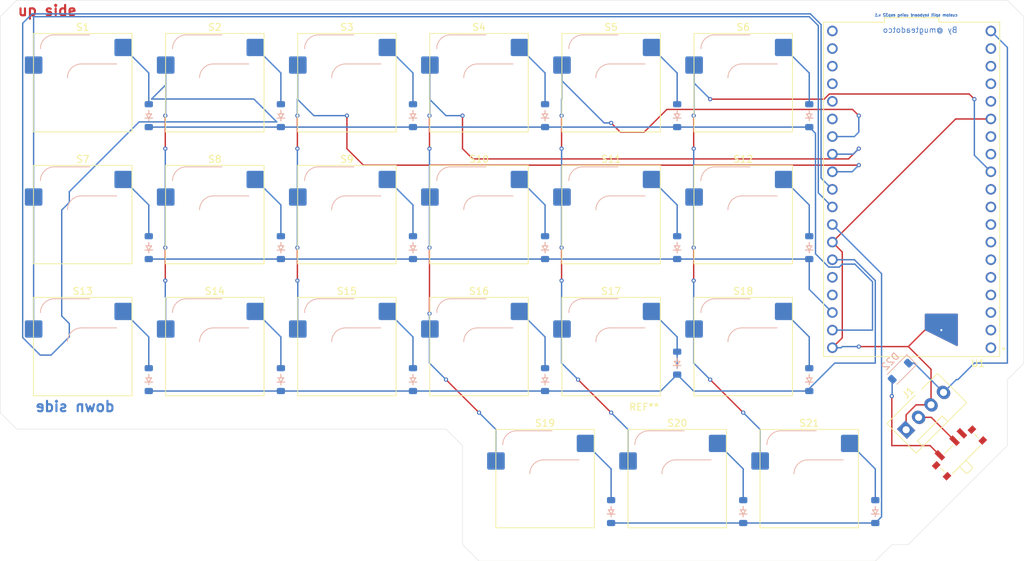
<source format=kicad_pcb>
(kicad_pcb (version 20241229) (generator "pcbnew") (generator_version "9.0")
  (layers (0 "F.Cu" signal) (2 "B.Cu" signal) (13 "F.Paste" user) (15 "B.Paste" user) (5 "F.SilkS" user "F.Silkscreen") (7 "B.SilkS" user "B.Silkscreen") (1 "F.Mask" user) (3 "B.Mask" user) (25 "Edge.Cuts" user))
  (net 0 "")
  (net 1 "Net-(D1-A)")
  (net 2 "row 0")
  (net 3 "Net-(D2-A)")
  (net 4 "Net-(D3-A)")
  (net 5 "Net-(D4-A)")
  (net 6 "Net-(D5-A)")
  (net 7 "Net-(D6-A)")
  (net 8 "row 1")
  (net 9 "Net-(D8-A)")
  (net 10 "Net-(D9-A)")
  (net 11 "Net-(D10-A)")
  (net 12 "Net-(D11-A)")
  (net 13 "Net-(D12-A)")
  (net 14 "Net-(D13-A)")
  (net 15 "row 2")
  (net 16 "Net-(D15-A)")
  (net 17 "Net-(D16-A)")
  (net 18 "Net-(D17-A)")
  (net 19 "Net-(D18-A)")
  (net 20 "Net-(D19-A)")
  (net 21 "Net-(D20-A)")
  (net 22 "row 3")
  (net 23 "col 0")
  (net 24 "col 1")
  (net 25 "col 2")
  (net 26 "col 3")
  (net 27 "col 4")
  (net 28 "col 5")
  (net 50 "Net-(D7-A)")
  (net 51 "Net-(D14-A)")
  (net 52 "Net-(D21-A)")
  (net 54 "vbus")
  (net 57 "gnd")
  (net 59 "sw2")
  (net 60 "Net-(D22-A)")
  (footprint "ScottoKeebs_Hotswap:Hotswap_MX_1.00u" (layer "F.Cu") (at 153.3 50.90625)
    (property "Reference" "S12")
    (property "Value" "~")
  )
  (footprint "ScottoKeebs_Hotswap:Hotswap_MX_1.00u" (layer "F.Cu") (at 143.775 89.00625)
    (property "Reference" "S20")
    (property "Value" "~")
  )
  (footprint "ScottoKeebs_Hotswap:Hotswap_MX_1.00u" (layer "F.Cu") (at 153.3 31.85625)
    (property "Reference" "S6")
    (property "Value" "~")
  )
  (footprint "Connector:FanPinHeader_1x04_P2.54mm_Vertical" (layer "F.Cu") (at 176.795 81.956124 45)
    (property "Reference" "J1")
    (property "Value" "Conn_01x04")
  )
  (footprint "MountingHole:MountingHole_2.2mm_M2" (layer "F.Cu") (at 143.775 78.68125)
    (property "Reference" "REF**")
    (property "Value" "MountingHole_2.2mm_M2" (hide yes))
  )
  (footprint "Button_Switch_SMD:SW_SPDT_PCM12" (layer "F.Cu") (at 184.25625 85.071065 45)
    (property "Reference" "SW1" (hide yes))
    (property "Value" "SW_SPDT" (hide yes))
  )
  (footprint "ScottoKeebs_Hotswap:Hotswap_MX_1.00u" (layer "F.Cu") (at 115.2 31.85625)
    (property "Reference" "S4")
    (property "Value" "~")
  )
  (footprint "esp32s-mine:MODULE_NODEMCU-32S" (layer "F.Cu") (at 177.58875 47.255 180)
    (property "Reference" "U1")
    (property "Value" "NODEMCU-32S")
  )
  (footprint "ScottoKeebs_Hotswap:Hotswap_MX_1.00u" (layer "F.Cu") (at 96.15 69.95625)
    (property "Reference" "S15")
    (property "Value" "~")
  )
  (footprint "ScottoKeebs_Hotswap:Hotswap_MX_1.00u" (layer "F.Cu") (at 77.1 69.95625)
    (property "Reference" "S14")
    (property "Value" "~")
  )
  (footprint "ScottoKeebs_Hotswap:Hotswap_MX_1.00u" (layer "F.Cu") (at 77.1 31.85625)
    (property "Reference" "S2")
    (property "Value" "~")
  )
  (footprint "ScottoKeebs_Hotswap:Hotswap_MX_1.00u" (layer "F.Cu") (at 77.1 50.90625)
    (property "Reference" "S8")
    (property "Value" "~")
  )
  (footprint "ScottoKeebs_Hotswap:Hotswap_MX_1.00u" (layer "F.Cu") (at 96.15 31.85625)
    (property "Reference" "S3")
    (property "Value" "~")
  )
  (footprint "ScottoKeebs_Hotswap:Hotswap_MX_1.00u" (layer "F.Cu") (at 58.05 31.85625)
    (property "Reference" "S1")
    (property "Value" "~")
  )
  (footprint "ScottoKeebs_Hotswap:Hotswap_MX_1.00u" (layer "F.Cu") (at 162.825 89.00625)
    (property "Reference" "S21")
    (property "Value" "~")
  )
  (footprint "ScottoKeebs_Hotswap:Hotswap_MX_1.00u" (layer "F.Cu") (at 124.725 89.00625)
    (property "Reference" "S19")
    (property "Value" "~")
  )
  (footprint "ScottoKeebs_Hotswap:Hotswap_MX_1.00u" (layer "F.Cu") (at 115.2 69.95625)
    (property "Reference" "S16")
    (property "Value" "~")
  )
  (footprint "ScottoKeebs_Hotswap:Hotswap_MX_1.00u" (layer "F.Cu") (at 58.05 69.95625)
    (property "Reference" "S13")
    (property "Value" "~")
  )
  (footprint "ScottoKeebs_Hotswap:Hotswap_MX_1.00u" (layer "F.Cu") (at 134.25 31.85625)
    (property "Reference" "S5")
    (property "Value" "~")
  )
  (footprint "ScottoKeebs_Hotswap:Hotswap_MX_1.00u" (layer "F.Cu") (at 134.25 50.90625)
    (property "Reference" "S11")
    (property "Value" "~")
  )
  (footprint "ScottoKeebs_Hotswap:Hotswap_MX_1.00u" (layer "F.Cu") (at 96.15 50.90625)
    (property "Reference" "S9")
    (property "Value" "~")
  )
  (footprint "ScottoKeebs_Hotswap:Hotswap_MX_1.00u" (layer "F.Cu") (at 115.2 50.90625)
    (property "Reference" "S10")
    (property "Value" "~")
  )
  (footprint "ScottoKeebs_Hotswap:Hotswap_MX_1.00u" (layer "F.Cu") (at 153.3 69.95625)
    (property "Reference" "S18")
    (property "Value" "~")
  )
  (footprint "ScottoKeebs_Hotswap:Hotswap_MX_1.00u" (layer "F.Cu") (at 58.05 50.90625)
    (property "Reference" "S7")
    (property "Value" "~")
  )
  (footprint "ScottoKeebs_Hotswap:Hotswap_MX_1.00u" (layer "F.Cu") (at 134.25 69.95625)
    (property "Reference" "S17")
    (property "Value" "~")
  )
  (footprint "ScottoKeebs_Components:Diode_SOD-123" (layer "B.Cu") (at 105.675 55.66875 90)
    (property "Reference" "D9" (hide yes))
    (property "Value" "~")
  )
  (footprint "ScottoKeebs_Components:Diode_SOD-123" (layer "B.Cu") (at 67.575 74.71875 90)
    (property "Reference" "D13" (hide yes))
    (property "Value" "~")
  )
  (footprint "ScottoKeebs_Components:Diode_SOD-123" (layer "B.Cu") (at 143.775 55.66875 90)
    (property "Reference" "D11" (hide yes))
    (property "Value" "~")
  )
  (footprint "ScottoKeebs_Components:Diode_SOD-123" (layer "B.Cu") (at 86.625 36.61875 90)
    (property "Reference" "D2" (hide yes))
    (property "Value" "~")
  )
  (footprint "ScottoKeebs_Components:Diode_SOD-123" (layer "B.Cu") (at 124.725 55.66875 90)
    (property "Reference" "D10" (hide yes))
    (property "Value" "~")
  )
  (footprint "ScottoKeebs_Components:Diode_SOD-123" (layer "B.Cu") (at 124.725 74.71875 90)
    (property "Reference" "D16" (hide yes))
    (property "Value" "~")
  )
  (footprint "ScottoKeebs_Components:Diode_SOD-123" (layer "B.Cu") (at 134.25 93.76875 90)
    (property "Reference" "D19" (hide yes))
    (property "Value" "~")
  )
  (footprint "ScottoKeebs_Components:Diode_SOD-123" (layer "B.Cu") (at 124.725 36.61875 90)
    (property "Reference" "D4" (hide yes))
    (property "Value" "~")
  )
  (footprint "ScottoKeebs_Components:Diode_SOD-123" (layer "B.Cu") (at 162.825 74.71875 90)
    (property "Reference" "D18" (hide yes))
    (property "Value" "~")
  )
  (footprint "ScottoKeebs_Components:Diode_SOD-123" (layer "B.Cu") (at 162.825 55.66875 90)
    (property "Reference" "D12" (hide yes))
    (property "Value" "~")
  )
  (footprint "ScottoKeebs_Components:Diode_SOD-123" (layer "B.Cu") (at 143.775 36.61875 90)
    (property "Reference" "D5" (hide yes))
    (property "Value" "~")
  )
  (footprint "ScottoKeebs_Components:Diode_SOD-123" (layer "B.Cu") (at 172.35 93.76875 90)
    (property "Reference" "D21" (hide yes))
    (property "Value" "~")
  )
  (footprint "ScottoKeebs_Components:Diode_SOD-123" (layer "B.Cu") (at 67.575 36.61875 90)
    (property "Reference" "D1" (hide yes))
    (property "Value" "~")
  )
  (footprint "ScottoKeebs_Components:Diode_SOD-123" (layer "B.Cu") (at 67.575 55.66875 90)
    (property "Reference" "D7" (hide yes))
    (property "Value" "~")
  )
  (footprint "ScottoKeebs_Components:Diode_SOD-123" (layer "B.Cu") (at 143.775 72.3375 90)
    (property "Reference" "D17" (hide yes))
    (property "Value" "~")
  )
  (footprint "ScottoKeebs_Components:Diode_SOD-123" (layer "B.Cu") (at 86.625 74.71875 90)
    (property "Reference" "D14" (hide yes))
    (property "Value" "~")
  )
  (footprint "ScottoKeebs_Components:Diode_SOD-123" (layer "B.Cu") (at 105.675 36.61875 90)
    (property "Reference" "D3" (hide yes))
    (property "Value" "~")
  )
  (footprint "ScottoKeebs_Components:Diode_SOD-123" (layer "B.Cu") (at 162.825 36.61875 90)
    (property "Reference" "D6" (hide yes))
    (property "Value" "~")
  )
  (footprint "Diode_SMD:D_SOD-123" (layer "B.Cu") (at 175.945774 73.504226 -135)
    (property "Reference" "D22")
    (property "Value" "D_Schottky" (hide yes))
  )
  (footprint "ScottoKeebs_Components:Diode_SOD-123" (layer "B.Cu") (at 153.3 93.76875 90)
    (property "Reference" "D20" (hide yes))
    (property "Value" "~")
  )
  (footprint "ScottoKeebs_Components:Diode_SOD-123" (layer "B.Cu") (at 86.625 55.66875 90)
    (property "Reference" "D8" (hide yes))
    (property "Value" "~")
  )
  (footprint "ScottoKeebs_Components:Diode_SOD-123" (layer "B.Cu") (at 105.675 74.71875 90)
    (property "Reference" "D15" (hide yes))
    (property "Value" "~")
  )
  (gr_line (start 177.1125 98.53125) (end 174.73125 98.53125) (stroke (width 0.05)) (layer "Edge.Cuts"))
  (gr_line (start 112.81875 98.53125) (end 115.2 100.9125) (stroke (width 0.05)) (layer "Edge.Cuts"))
  (gr_line (start 191.4 74.71875) (end 191.4 77.1) (stroke (width 0.05)) (layer "Edge.Cuts"))
  (gr_line (start 191.4 77.1) (end 191.4 81.8625) (stroke (width 0.05)) (layer "Edge.Cuts"))
  (gr_line (start 191.4 74.71875) (end 193.78125 72.3375) (stroke (width 0.05)) (layer "Edge.Cuts"))
  (gr_line (start 191.4 81.8625) (end 191.4 84.24375) (stroke (width 0.05)) (layer "Edge.Cuts"))
  (gr_line (start 191.4 84.24375) (end 177.1125 98.53125) (stroke (width 0.05)) (layer "Edge.Cuts"))
  (gr_line (start 115.2 100.9125) (end 169.96875 100.9125) (stroke (width 0.05)) (layer "Edge.Cuts"))
  (gr_line (start 112.81875 84.24375) (end 112.81875 98.53125) (stroke (width 0.05)) (layer "Edge.Cuts"))
  (gr_line (start 193.78125 72.3375) (end 193.78125 24.7125) (stroke (width 0.05)) (layer "Edge.Cuts"))
  (gr_line (start 172.35 100.9125) (end 174.73125 98.53125) (stroke (width 0.05)) (layer "Edge.Cuts"))
  (gr_line (start 193.78125 22.33125) (end 191.4 19.95) (stroke (width 0.05)) (layer "Edge.Cuts"))
  (gr_line (start 191.4 19.95) (end 50.90625 19.95) (stroke (width 0.05)) (layer "Edge.Cuts"))
  (gr_line (start 169.96875 100.9125) (end 172.35 100.9125) (stroke (width 0.05)) (layer "Edge.Cuts"))
  (gr_line (start 48.525 81.8625) (end 110.4375 81.8625) (stroke (width 0.05)) (layer "Edge.Cuts"))
  (gr_line (start 46.14375 79.48125) (end 48.525 81.8625) (stroke (width 0.05)) (layer "Edge.Cuts"))
  (gr_line (start 48.525 19.95) (end 46.14375 22.33125) (stroke (width 0.05)) (layer "Edge.Cuts"))
  (gr_line (start 50.90625 19.95) (end 48.525 19.95) (stroke (width 0.05)) (layer "Edge.Cuts"))
  (gr_line (start 193.78125 24.7125) (end 193.78125 22.33125) (stroke (width 0.05)) (layer "Edge.Cuts"))
  (gr_line (start 110.4375 81.8625) (end 112.81875 84.24375) (stroke (width 0.05)) (layer "Edge.Cuts"))
  (gr_line (start 46.14375 22.33125) (end 46.14375 79.48125) (stroke (width 0.05)) (layer "Edge.Cuts"))
  (gr_text "up side" (at 48.525 22.33125 0) (layer "F.Cu") (effects (font (size 1.5 1.5) (thickness 0.3) (bold yes)) (justify left bottom)))
  (gr_text "down side" (at 62.8125 79.48125 -0) (layer "B.Cu") (effects (font (size 1.5 1.5) (thickness 0.3) (bold yes)) (justify left bottom mirror)))
  (gr_text "custom split keyboard using esp32 v.1" (at 184.25625 22.33125 -0) (layer "B.Cu") (effects (font (size 0.4 0.4) (thickness 0.1) (bold yes)) (justify left bottom mirror)))
  (gr_text "By @mugteadotco" (at 184.25625 24.7125 0) (layer "B.Cu") (effects (font (size 0.8 0.8) (thickness 0.1) (bold yes)) (justify left bottom mirror)))
  (segment (start 63.892 26.77625) (end 67.575 30.45925) (width 0.2) (layer "B.Cu") (net 1))
  (segment (start 67.575 30.45925) (end 67.575 34.96875) (width 0.2) (layer "B.Cu") (net 1))
  (segment (start 169.40165 58.05) (end 171.949 60.59735) (width 0.2) (layer "B.Cu") (net 2))
  (segment (start 67.575 38.26875) (end 162.825 38.26875) (width 0.2) (layer "B.Cu") (net 2))
  (segment (start 167.1595 58.478) (end 167.5875 58.05) (width 0.2) (layer "B.Cu") (net 2))
  (segment (start 163.726 39.16975) (end 163.726 56.56975) (width 0.2) (layer "B.Cu") (net 2))
  (segment (start 163.726 56.56975) (end 165.63425 58.478) (width 0.2) (layer "B.Cu") (net 2))
  (segment (start 167.5875 58.05) (end 169.40165 58.05) (width 0.2) (layer "B.Cu") (net 2))
  (segment (start 162.825 38.26875) (end 163.726 39.16975) (width 0.2) (layer "B.Cu") (net 2))
  (segment (start 171.949 67.575) (end 166.15875 67.575) (width 0.2) (layer "B.Cu") (net 2))
  (segment (start 165.63425 58.478) (end 167.1595 58.478) (width 0.2) (layer "B.Cu") (net 2))
  (segment (start 171.949 60.59735) (end 171.949 67.575) (width 0.2) (layer "B.Cu") (net 2))
  (segment (start 82.942 26.77625) (end 86.625 30.45925) (width 0.2) (layer "B.Cu") (net 3))
  (segment (start 86.625 30.45925) (end 86.625 34.96875) (width 0.2) (layer "B.Cu") (net 3))
  (segment (start 105.675 30.45925) (end 105.675 34.96875) (width 0.2) (layer "B.Cu") (net 4))
  (segment (start 101.992 26.77625) (end 105.675 30.45925) (width 0.2) (layer "B.Cu") (net 4))
  (segment (start 121.042 26.77625) (end 124.725 30.45925) (width 0.2) (layer "B.Cu") (net 5))
  (segment (start 124.725 30.45925) (end 124.725 34.96875) (width 0.2) (layer "B.Cu") (net 5))
  (segment (start 140.092 26.77625) (end 143.775 30.45925) (width 0.2) (layer "B.Cu") (net 6))
  (segment (start 143.775 30.45925) (end 143.775 34.96875) (width 0.2) (layer "B.Cu") (net 6))
  (segment (start 162.825 30.45925) (end 162.825 34.96875) (width 0.2) (layer "B.Cu") (net 7))
  (segment (start 159.142 26.77625) (end 162.825 30.45925) (width 0.2) (layer "B.Cu") (net 7))
  (segment (start 162.825 57.31875) (end 162.825 61.70125) (width 0.2) (layer "B.Cu") (net 8))
  (segment (start 67.575 57.31875) (end 162.825 57.31875) (width 0.2) (layer "B.Cu") (net 8))
  (segment (start 162.825 61.70125) (end 166.15875 65.035) (width 0.2) (layer "B.Cu") (net 8))
  (segment (start 86.625 49.50925) (end 86.625 54.01875) (width 0.2) (layer "B.Cu") (net 9))
  (segment (start 82.942 45.82625) (end 86.625 49.50925) (width 0.2) (layer "B.Cu") (net 9))
  (segment (start 101.992 45.82625) (end 105.675 49.50925) (width 0.2) (layer "B.Cu") (net 10))
  (segment (start 105.675 49.50925) (end 105.675 54.01875) (width 0.2) (layer "B.Cu") (net 10))
  (segment (start 124.725 49.50925) (end 124.725 54.01875) (width 0.2) (layer "B.Cu") (net 11))
  (segment (start 121.042 45.82625) (end 124.725 49.50925) (width 0.2) (layer "B.Cu") (net 11))
  (segment (start 143.775 49.50925) (end 143.775 54.01875) (width 0.2) (layer "B.Cu") (net 12))
  (segment (start 140.092 45.82625) (end 143.775 49.50925) (width 0.2) (layer "B.Cu") (net 12))
  (segment (start 162.825 49.50925) (end 162.825 54.01875) (width 0.2) (layer "B.Cu") (net 13))
  (segment (start 159.142 45.82625) (end 162.825 49.50925) (width 0.2) (layer "B.Cu") (net 13))
  (segment (start 63.892 64.87625) (end 67.575 68.55925) (width 0.2) (layer "B.Cu") (net 14))
  (segment (start 67.575 68.55925) (end 67.575 73.06875) (width 0.2) (layer "B.Cu") (net 14))
  (segment (start 146.15625 76.36875) (end 162.825 76.36875) (width 0.2) (layer "B.Cu") (net 15))
  (segment (start 143.775 73.9875) (end 146.15625 76.36875) (width 0.2) (layer "B.Cu") (net 15))
  (segment (start 172.35 72.3375) (end 172.35 60.43125) (width 0.2) (layer "B.Cu") (net 15))
  (segment (start 172.35 60.43125) (end 169.33375 57.415) (width 0.2) (layer "B.Cu") (net 15))
  (segment (start 166.49955 72.3375) (end 172.35 72.3375) (width 0.2) (layer "B.Cu") (net 15))
  (segment (start 169.33375 57.415) (end 166.15875 57.415) (width 0.2) (layer "B.Cu") (net 15))
  (segment (start 67.575 76.36875) (end 141.39375 76.36875) (width 0.2) (layer "B.Cu") (net 15))
  (segment (start 141.39375 76.36875) (end 143.775 73.9875) (width 0.2) (layer "B.Cu") (net 15))
  (segment (start 162.825 76.01205) (end 166.49955 72.3375) (width 0.2) (layer "B.Cu") (net 15))
  (segment (start 101.992 64.87625) (end 105.675 68.55925) (width 0.2) (layer "B.Cu") (net 16))
  (segment (start 105.675 68.55925) (end 105.675 73.06875) (width 0.2) (layer "B.Cu") (net 16))
  (segment (start 124.725 68.55925) (end 124.725 73.06875) (width 0.2) (layer "B.Cu") (net 17))
  (segment (start 121.042 64.87625) (end 124.725 68.55925) (width 0.2) (layer "B.Cu") (net 17))
  (segment (start 143.775 68.55925) (end 143.775 73.06875) (width 0.2) (layer "B.Cu") (net 18))
  (segment (start 140.092 64.87625) (end 143.775 68.55925) (width 0.2) (layer "B.Cu") (net 18))
  (segment (start 162.825 68.55925) (end 162.825 73.06875) (width 0.2) (layer "B.Cu") (net 19))
  (segment (start 159.142 64.87625) (end 162.825 68.55925) (width 0.2) (layer "B.Cu") (net 19))
  (segment (start 130.567 83.92625) (end 134.25 87.60925) (width 0.2) (layer "B.Cu") (net 20))
  (segment (start 134.25 87.60925) (end 134.25 92.11875) (width 0.2) (layer "B.Cu") (net 20))
  (segment (start 149.617 83.92625) (end 153.3 87.60925) (width 0.2) (layer "B.Cu") (net 21))
  (segment (start 153.3 87.60925) (end 153.3 92.11875) (width 0.2) (layer "B.Cu") (net 21))
  (segment (start 173.251 59.42725) (end 166.15875 52.335) (width 0.2) (layer "B.Cu") (net 22))
  (segment (start 172.35 95.41875) (end 173.251 94.51775) (width 0.2) (layer "B.Cu") (net 22))
  (segment (start 173.251 94.51775) (end 173.251 59.42725) (width 0.2) (layer "B.Cu") (net 22))
  (segment (start 134.25 95.41875) (end 172.35 95.41875) (width 0.2) (layer "B.Cu") (net 22))
  (segment (start 50.965 29.31625) (end 50.965 22.39) (width 0.2) (layer "B.Cu") (net 23))
  (segment (start 162.825 22.33125) (end 164.127 23.63325) (width 0.2) (layer "B.Cu") (net 23))
  (segment (start 164.127 23.63325) (end 164.127 47.76325) (width 0.2) (layer "B.Cu") (net 23))
  (segment (start 50.965 22.39) (end 50.90625 22.33125) (width 0.2) (layer "B.Cu") (net 23))
  (segment (start 164.127 47.76325) (end 166.15875 49.795) (width 0.2) (layer "B.Cu") (net 23))
  (segment (start 50.90625 22.33125) (end 162.825 22.33125) (width 0.2) (layer "B.Cu") (net 23))
  (segment (start 50.965 29.31625) (end 50.965 67.41625) (width 0.2) (layer "B.Cu") (net 23))
  (segment (start 69.95625 55.66875) (end 69.95625 60.43125) (width 0.2) (layer "F.Cu") (net 24))
  (segment (start 69.95625 36.61875) (end 69.95625 41.38125) (width 0.2) (layer "F.Cu") (net 24))
  (via (at 69.95625 41.38125) (size 0.6) (drill 0.3) (layers "F.Cu" "B.Cu") (net 24))
  (via (at 69.95625 36.61875) (size 0.6) (drill 0.3) (layers "F.Cu" "B.Cu") (net 24))
  (via (at 69.95625 60.43125) (size 0.6) (drill 0.3) (layers "F.Cu" "B.Cu") (net 24))
  (via (at 69.95625 55.66875) (size 0.6) (drill 0.3) (layers "F.Cu" "B.Cu") (net 24))
  (segment (start 162.9911 21.93025) (end 164.528 23.46715) (width 0.2) (layer "B.Cu") (net 24))
  (segment (start 70.015 32.17875) (end 67.976 34.21775) (width 0.2) (layer "B.Cu") (net 24))
  (segment (start 70.015 62.87125) (end 70.015 67.41625) (width 0.2) (layer "B.Cu") (net 24))
  (segment (start 82.72589 34.21775) (end 86.02589 37.51775) (width 0.2) (layer "B.Cu") (net 24))
  (segment (start 66.187435 37.51775) (end 56.116 47.589185) (width 0.2) (layer "B.Cu") (net 24))
  (segment (start 69.95625 41.38125) (end 69.95625 55.66875) (width 0.2) (layer "B.Cu") (net 24))
  (segment (start 70.015 36.56) (end 69.95625 36.61875) (width 0.2) (layer "B.Cu") (net 24))
  (segment (start 70.015 29.31625) (end 70.015 32.17875) (width 0.2) (layer "B.Cu") (net 24))
  (segment (start 56.116 68.544076) (end 53.477826 71.18225) (width 0.2) (layer "B.Cu") (net 24))
  (segment (start 55.017065 50.24225) (end 55.017065 65.54025) (width 0.2) (layer "B.Cu") (net 24))
  (segment (start 51.91984 71.18225) (end 49.389 68.65141) (width 0.2) (layer "B.Cu") (net 24))
  (segment (start 69.95625 62.8125) (end 70.015 62.87125) (width 0.2) (layer "B.Cu") (net 24))
  (segment (start 56.116 47.589185) (end 56.116 49.143315) (width 0.2) (layer "B.Cu") (net 24))
  (segment (start 56.116 49.143315) (end 55.017065 50.24225) (width 0.2) (layer "B.Cu") (net 24))
  (segment (start 164.528 23.46715) (end 164.528 45.62425) (width 0.2) (layer "B.Cu") (net 24))
  (segment (start 49.389 23.2814) (end 50.74015 21.93025) (width 0.2) (layer "B.Cu") (net 24))
  (segment (start 55.017065 65.54025) (end 56.116 66.639185) (width 0.2) (layer "B.Cu") (net 24))
  (segment (start 56.116 66.639185) (end 56.116 68.544076) (width 0.2) (layer "B.Cu") (net 24))
  (segment (start 67.976 34.21775) (end 82.72589 34.21775) (width 0.2) (layer "B.Cu") (net 24))
  (segment (start 86.02589 37.51775) (end 66.187435 37.51775) (width 0.2) (layer "B.Cu") (net 24))
  (segment (start 164.528 45.62425) (end 166.15875 47.255) (width 0.2) (layer "B.Cu") (net 24))
  (segment (start 49.389 68.65141) (end 49.389 23.2814) (width 0.2) (layer "B.Cu") (net 24))
  (segment (start 53.477826 71.18225) (end 51.91984 71.18225) (width 0.2) (layer "B.Cu") (net 24))
  (segment (start 70.015 29.31625) (end 70.015 36.56) (width 0.2) (layer "B.Cu") (net 24))
  (segment (start 69.95625 60.43125) (end 69.95625 62.8125) (width 0.2) (layer "B.Cu") (net 24))
  (segment (start 50.74015 21.93025) (end 162.9911 21.93025) (width 0.2) (layer "B.Cu") (net 24))
  (segment (start 98.53125 43.7625) (end 169.96875 43.7625) (width 0.2) (layer "F.Cu") (net 25))
  (segment (start 89.00625 60.43125) (end 89.00625 55.66875) (width 0.2) (layer "F.Cu") (net 25))
  (segment (start 89.00625 41.38125) (end 89.00625 36.61875) (width 0.2) (layer "F.Cu") (net 25))
  (segment (start 96.15 41.38125) (end 98.53125 43.7625) (width 0.2) (layer "F.Cu") (net 25))
  (segment (start 96.15 36.61875) (end 96.15 41.38125) (width 0.2) (layer "F.Cu") (net 25))
  (via (at 89.00625 55.66875) (size 0.6) (drill 0.3) (layers "F.Cu" "B.Cu") (net 25))
  (via (at 89.00625 60.43125) (size 0.6) (drill 0.3) (layers "F.Cu" "B.Cu") (net 25))
  (via (at 89.00625 41.38125) (size 0.6) (drill 0.3) (layers "F.Cu" "B.Cu") (net 25))
  (via (at 89.00625 36.61875) (size 0.6) (drill 0.3) (layers "F.Cu" "B.Cu") (net 25))
  (via (at 96.15 36.61875) (size 0.6) (drill 0.3) (layers "F.Cu" "B.Cu") (net 25))
  (via (at 169.96875 43.7625) (size 0.6) (drill 0.3) (layers "F.Cu" "B.Cu") (net 25))
  (segment (start 91.3875 36.61875) (end 96.15 36.61875) (width 0.2) (layer "B.Cu") (net 25))
  (segment (start 169.01625 44.715) (end 166.15875 44.715) (width 0.2) (layer "B.Cu") (net 25))
  (segment (start 169.96875 43.7625) (end 169.01625 44.715) (width 0.2) (layer "B.Cu") (net 25))
  (segment (start 89.065 34.29625) (end 91.3875 36.61875) (width 0.2) (layer "B.Cu") (net 25))
  (segment (start 89.00625 36.61875) (end 89.00625 34.2375) (width 0.2) (layer "B.Cu") (net 25))
  (segment (start 89.00625 55.66875) (end 89.00625 41.38125) (width 0.2) (layer "B.Cu") (net 25))
  (segment (start 89.065 67.41625) (end 89.065 60.49) (width 0.2) (layer "B.Cu") (net 25))
  (segment (start 89.065 34.17875) (end 89.065 29.31625) (width 0.2) (layer "B.Cu") (net 25))
  (segment (start 89.00625 34.2375) (end 89.065 34.17875) (width 0.2) (layer "B.Cu") (net 25))
  (segment (start 89.065 60.49) (end 89.00625 60.43125) (width 0.2) (layer "B.Cu") (net 25))
  (segment (start 89.065 29.31625) (end 89.065 34.29625) (width 0.2) (layer "B.Cu") (net 25))
  (segment (start 108.05625 36.61875) (end 108.05625 41.38125) (width 0.2) (layer "F.Cu") (net 26))
  (segment (start 168.4875 42.8625) (end 169.96875 41.38125) (width 0.2) (layer "F.Cu") (net 26))
  (segment (start 110.4375 74.71875) (end 115.2 79.48125) (width 0.2) (layer "F.Cu") (net 26))
  (segment (start 112.81875 36.61875) (end 112.81875 41.38125) (width 0.2) (layer "F.Cu") (net 26))
  (segment (start 112.81875 41.38125) (end 114.3 42.8625) (width 0.2) (layer "F.Cu") (net 26))
  (segment (start 114.3 42.8625) (end 168.4875 42.8625) (width 0.2) (layer "F.Cu") (net 26))
  (segment (start 108.05625 55.66875) (end 108.05625 65.19375) (width 0.2) (layer "F.Cu") (net 26))
  (via (at 108.05625 41.38125) (size 0.6) (drill 0.3) (layers "F.Cu" "B.Cu") (net 26))
  (via (at 115.2 79.48125) (size 0.6) (drill 0.3) (layers "F.Cu" "B.Cu") (net 26))
  (via (at 108.05625 65.19375) (size 0.6) (drill 0.3) (layers "F.Cu" "B.Cu") (net 26))
  (via (at 108.05625 36.61875) (size 0.6) (drill 0.3) (layers "F.Cu" "B.Cu") (net 26))
  (via (at 169.96875 41.38125) (size 0.6) (drill 0.3) (layers "F.Cu" "B.Cu") (net 26))
  (via (at 110.4375 74.71875) (size 0.6) (drill 0.3) (layers "F.Cu" "B.Cu") (net 26))
  (via (at 108.05625 55.66875) (size 0.6) (drill 0.3) (layers "F.Cu" "B.Cu") (net 26))
  (via (at 112.81875 36.61875) (size 0.6) (drill 0.3) (layers "F.Cu" "B.Cu") (net 26))
  (segment (start 108.115 34.29625) (end 110.4375 36.61875) (width 0.2) (layer "B.Cu") (net 26))
  (segment (start 108.05625 41.38125) (end 108.05625 55.66875) (width 0.2) (layer "B.Cu") (net 26))
  (segment (start 108.05625 65.19375) (end 108.05625 72.3375) (width 0.2) (layer "B.Cu") (net 26))
  (segment (start 108.115 29.31625) (end 108.115 34.29625) (width 0.2) (layer "B.Cu") (net 26))
  (segment (start 110.4375 36.61875) (end 112.81875 36.61875) (width 0.2) (layer "B.Cu") (net 26))
  (segment (start 115.2 79.48125) (end 117.64 81.92125) (width 0.2) (layer "B.Cu") (net 26))
  (segment (start 108.05625 72.3375) (end 110.4375 74.71875) (width 0.2) (layer "B.Cu") (net 26))
  (segment (start 117.64 81.92125) (end 117.64 86.46625) (width 0.2) (layer "B.Cu") (net 26))
  (segment (start 108.115 29.31625) (end 108.115 36.56) (width 0.2) (layer "B.Cu") (net 26))
  (segment (start 108.115 36.56) (end 108.05625 36.61875) (width 0.2) (layer "B.Cu") (net 26))
  (segment (start 169.96875 41.38125) (end 169.175 42.175) (width 0.2) (layer "B.Cu") (net 26))
  (segment (start 169.175 42.175) (end 166.15875 42.175) (width 0.2) (layer "B.Cu") (net 26))
  (segment (start 127.10625 41.38125) (end 127.10625 36.61875) (width 0.2) (layer "F.Cu") (net 27))
  (segment (start 134.25 79.48125) (end 129.4875 74.71875) (width 0.2) (layer "F.Cu") (net 27))
  (segment (start 134.25 37.66875) (end 135.58125 39) (width 0.2) (layer "F.Cu") (net 27))
  (segment (start 142.29375 35.71875) (end 169.06875 35.71875) (width 0.2) (layer "F.Cu") (net 27))
  (segment (start 139.0125 39) (end 142.29375 35.71875) (width 0.2) (layer "F.Cu") (net 27))
  (segment (start 169.06875 35.71875) (end 169.96875 36.61875) (width 0.2) (layer "F.Cu") (net 27))
  (segment (start 135.58125 39) (end 139.0125 39) (width 0.2) (layer "F.Cu") (net 27))
  (segment (start 127.10625 60.43125) (end 127.10625 55.66875) (width 0.2) (layer "F.Cu") (net 27))
  (via (at 169.96875 36.61875) (size 0.6) (drill 0.3) (layers "F.Cu" "B.Cu") (net 27))
  (via (at 134.25 37.66875) (size 0.6) (drill 0.3) (layers "F.Cu" "B.Cu") (net 27))
  (via (at 127.10625 41.38125) (size 0.6) (drill 0.3) (layers "F.Cu" "B.Cu") (net 27))
  (via (at 134.25 79.48125) (size 0.6) (drill 0.3) (layers "F.Cu" "B.Cu") (net 27))
  (via (at 127.10625 36.61875) (size 0.6) (drill 0.3) (layers "F.Cu" "B.Cu") (net 27))
  (via (at 127.10625 60.43125) (size 0.6) (drill 0.3) (layers "F.Cu" "B.Cu") (net 27))
  (via (at 127.10625 55.66875) (size 0.6) (drill 0.3) (layers "F.Cu" "B.Cu") (net 27))
  (via (at 129.4875 74.71875) (size 0.6) (drill 0.3) (layers "F.Cu" "B.Cu") (net 27))
  (segment (start 169.96875 39) (end 169.33375 39.635) (width 0.2) (layer "B.Cu") (net 27))
  (segment (start 127.10625 55.66875) (end 127.10625 41.38125) (width 0.2) (layer "B.Cu") (net 27))
  (segment (start 127.10625 72.3375) (end 127.10625 60.43125) (width 0.2) (layer "B.Cu") (net 27))
  (segment (start 136.69 86.46625) (end 136.69 81.92125) (width 0.2) (layer "B.Cu") (net 27))
  (segment (start 133.248674 37.66875) (end 134.25 37.66875) (width 0.2) (layer "B.Cu") (net 27))
  (segment (start 127.10625 36.61875) (end 127.10625 34.2375) (width 0.2) (layer "B.Cu") (net 27))
  (segment (start 169.96875 36.61875) (end 169.96875 39) (width 0.2) (layer "B.Cu") (net 27))
  (segment (start 129.4875 74.71875) (end 127.10625 72.3375) (width 0.2) (layer "B.Cu") (net 27))
  (segment (start 127.10625 34.2375) (end 127.165 34.17875) (width 0.2) (layer "B.Cu") (net 27))
  (segment (start 127.165 31.585076) (end 133.248674 37.66875) (width 0.2) (layer "B.Cu") (net 27))
  (segment (start 169.33375 39.635) (end 166.15875 39.635) (width 0.2) (layer "B.Cu") (net 27))
  (segment (start 127.165 34.17875) (end 127.165 29.31625) (width 0.2) (layer "B.Cu") (net 27))
  (segment (start 136.69 81.92125) (end 134.25 79.48125) (width 0.2) (layer "B.Cu") (net 27))
  (segment (start 127.165 29.31625) (end 127.165 31.585076) (width 0.2) (layer "B.Cu") (net 27))
  (segment (start 164.97294 34.2375) (end 165.71844 33.492) (width 0.2) (layer "F.Cu") (net 28))
  (segment (start 165.71844 33.492) (end 185.892 33.492) (width 0.2) (layer "F.Cu") (net 28))
  (segment (start 146.15625 55.66875) (end 146.15625 60.43125) (width 0.2) (layer "F.Cu") (net 28))
  (segment (start 148.5375 34.2375) (end 164.97294 34.2375) (width 0.2) (layer "F.Cu") (net 28))
  (segment (start 148.5375 74.71875) (end 153.3 79.48125) (width 0.2) (layer "F.Cu") (net 28))
  (segment (start 146.15625 36.61875) (end 146.15625 41.38125) (width 0.2) (layer "F.Cu") (net 28))
  (segment (start 185.892 33.492) (end 186.6375 34.2375) (width 0.2) (layer "F.Cu") (net 28))
  (via (at 186.6375 34.2375) (size 0.6) (drill 0.3) (layers "F.Cu" "B.Cu") (net 28))
  (via (at 146.15625 60.43125) (size 0.6) (drill 0.3) (layers "F.Cu" "B.Cu") (net 28))
  (via (at 148.5375 34.2375) (size 0.6) (drill 0.3) (layers "F.Cu" "B.Cu") (net 28))
  (via (at 146.15625 36.61875) (size 0.6) (drill 0.3) (layers "F.Cu" "B.Cu") (net 28))
  (via (at 146.15625 41.38125) (size 0.6) (drill 0.3) (layers "F.Cu" "B.Cu") (net 28))
  (via (at 148.5375 74.71875) (size 0.6) (drill 0.3) (layers "F.Cu" "B.Cu") (net 28))
  (via (at 146.15625 55.66875) (size 0.6) (drill 0.3) (layers "F.Cu" "B.Cu") (net 28))
  (via (at 153.3 79.48125) (size 0.6) (drill 0.3) (layers "F.Cu" "B.Cu") (net 28))
  (segment (start 155.74 81.92125) (end 155.74 86.46625) (width 0.2) (layer "B.Cu") (net 28))
  (segment (start 186.6375 34.2375) (end 186.6375 42.33375) (width 0.2) (layer "B.Cu") (net 28))
  (segment (start 146.215 31.915) (end 148.5375 34.2375) (width 0.2) (layer "B.Cu") (net 28))
  (segment (start 146.215 29.31625) (end 146.215 36.56) (width 0.2) (layer "B.Cu") (net 28))
  (segment (start 146.215 36.56) (end 146.15625 36.61875) (width 0.2) (layer "B.Cu") (net 28))
  (segment (start 146.215 29.31625) (end 146.215 31.915) (width 0.2) (layer "B.Cu") (net 28))
  (segment (start 186.6375 42.33375) (end 189.01875 44.715) (width 0.2) (layer "B.Cu") (net 28))
  (segment (start 146.15625 72.3375) (end 148.5375 74.71875) (width 0.2) (layer "B.Cu") (net 28))
  (segment (start 146.15625 41.38125) (end 146.15625 55.66875) (width 0.2) (layer "B.Cu") (net 28))
  (segment (start 146.15625 60.43125) (end 146.15625 72.3375) (width 0.2) (layer "B.Cu") (net 28))
  (segment (start 153.3 79.48125) (end 155.74 81.92125) (width 0.2) (layer "B.Cu") (net 28))
  (segment (start 63.892 45.82625) (end 67.575 49.50925) (width 0.2) (layer "B.Cu") (net 50))
  (segment (start 67.575 49.50925) (end 67.575 54.01875) (width 0.2) (layer "B.Cu") (net 50))
  (segment (start 82.942 64.87625) (end 86.625 68.55925) (width 0.2) (layer "B.Cu") (net 51))
  (segment (start 86.625 68.55925) (end 86.625 73.06875) (width 0.2) (layer "B.Cu") (net 51))
  (segment (start 172.35 87.60925) (end 172.35 92.11875) (width 0.2) (layer "B.Cu") (net 52))
  (segment (start 168.667 83.92625) (end 172.35 87.60925) (width 0.2) (layer "B.Cu") (net 52))
  (segment (start 182.183154 76.56797) (end 182.40703 76.56797) (width 0.2) (layer "F.Cu") (net 54))
  (segment (start 191.4 72.3375) (end 191.4 26.77625) (width 0.2) (layer "B.Cu") (net 54))
  (segment (start 184.032374 74.71875) (end 182.183154 76.56797) (width 0.2) (layer "B.Cu") (net 54))
  (segment (start 191.4 26.77625) (end 189.01875 24.395) (width 0.2) (layer "B.Cu") (net 54))
  (segment (start 184.25625 74.71875) (end 184.032374 74.71875) (width 0.2) (layer "B.Cu") (net 54))
  (segment (start 186.6375 72.3375) (end 191.4 72.3375) (width 0.2) (layer "B.Cu") (net 54))
  (segment (start 177.952684 72.3375) (end 177.1125 72.3375) (width 0.2) (layer "B.Cu") (net 54))
  (segment (start 182.183154 76.56797) (end 177.952684 72.3375) (width 0.2) (layer "B.Cu") (net 54))
  (segment (start 184.25625 74.71875) (end 186.6375 72.3375) (width 0.2) (layer "B.Cu") (net 54))
  (segment (start 177.1125 69.95625) (end 180.387102 73.230852) (width 0.2) (layer "F.Cu") (net 57))
  (segment (start 176.795 81.956124) (end 176.795 79.79875) (width 0.2) (layer "F.Cu") (net 57))
  (segment (start 179.49375 67.575) (end 177.1125 69.95625) (width 0.2) (layer "F.Cu") (net 57))
  (segment (start 167.5875 56.30375) (end 167.5875 68.68625) (width 0.2) (layer "F.Cu") (net 57))
  (segment (start 180.387102 73.230852) (end 180.387102 78.364022) (width 0.2) (layer "F.Cu") (net 57))
  (segment (start 181.875 67.575) (end 179.49375 67.575) (width 0.2) (layer "F.Cu") (net 57))
  (segment (start 178.229728 78.364022) (end 180.387102 78.364022) (width 0.2) (layer "F.Cu") (net 57))
  (segment (start 169.96875 69.95625) (end 177.1125 69.95625) (width 0.2) (layer "F.Cu") (net 57))
  (segment (start 176.795 79.79875) (end 178.229728 78.364022) (width 0.2) (layer "F.Cu") (net 57))
  (segment (start 189.01875 37.095) (end 183.93875 37.095) (width 0.2) (layer "F.Cu") (net 57))
  (segment (start 166.15875 54.875) (end 167.5875 56.30375) (width 0.2) (layer "F.Cu") (net 57))
  (segment (start 167.5875 68.68625) (end 166.15875 70.115) (width 0.2) (layer "F.Cu") (net 57))
  (segment (start 183.93875 37.095) (end 166.15875 54.875) (width 0.2) (layer "F.Cu") (net 57))
  (via (at 169.96875 69.95625) (size 0.6) (drill 0.3) (layers "F.Cu" "B.Cu") (net 57))
  (via (at 181.875 67.575) (size 0.6) (drill 0.3) (layers "F.Cu" "B.Cu") (net 57))
  (segment (start 167.5875 69.95625) (end 167.42875 70.115) (width 0.2) (layer "B.Cu") (net 57))
  (segment (start 167.42875 70.115) (end 166.15875 70.115) (width 0.2) (layer "B.Cu") (net 57))
  (segment (start 169.96875 69.95625) (end 169.81 70.115) (width 0.2) (layer "B.Cu") (net 57))
  (segment (start 169.96875 69.95625) (end 167.5875 69.95625) (width 0.2) (layer "B.Cu") (net 57))
  (segment (start 183.775416 83.529573) (end 180.405916 80.160073) (width 0.2) (layer "F.Cu") (net 59))
  (segment (start 180.405916 80.160073) (end 178.591051 80.160073) (width 0.2) (layer "F.Cu") (net 59))
  (segment (start 174.73125 84.24375) (end 174.73125 77.1) (width 0.2) (layer "F.Cu") (net 60))
  (segment (start 181.654098 85.650892) (end 180.246956 84.24375) (width 0.2) (layer "F.Cu") (net 60))
  (segment (start 180.246956 84.24375) (end 174.73125 84.24375) (width 0.2) (layer "F.Cu") (net 60))
  (via (at 174.73125 77.1) (size 0.6) (drill 0.3) (layers "F.Cu" "B.Cu") (net 60))
  (segment (start 174.779048 77.052202) (end 174.73125 77.1) (width 0.2) (layer "B.Cu") (net 60))
  (segment (start 174.779048 74.670952) (end 174.779048 77.052202) (width 0.2) (layer "B.Cu") (net 60))
  (zone (net 57) (net_name "gnd") (layers "F.Cu" "B.Cu") (connect_pads (clearance 0.5)) (min_thickness 0.25) (fill yes (thermal_gap 0.5) (thermal_bridge_width 0.5))
    (polygon (pts (xy 184.25625 65.19375) (xy 179.49375 65.19375) (xy 179.49375 67.575) (xy 184.25625 69.95625)))
  )
)
</source>
